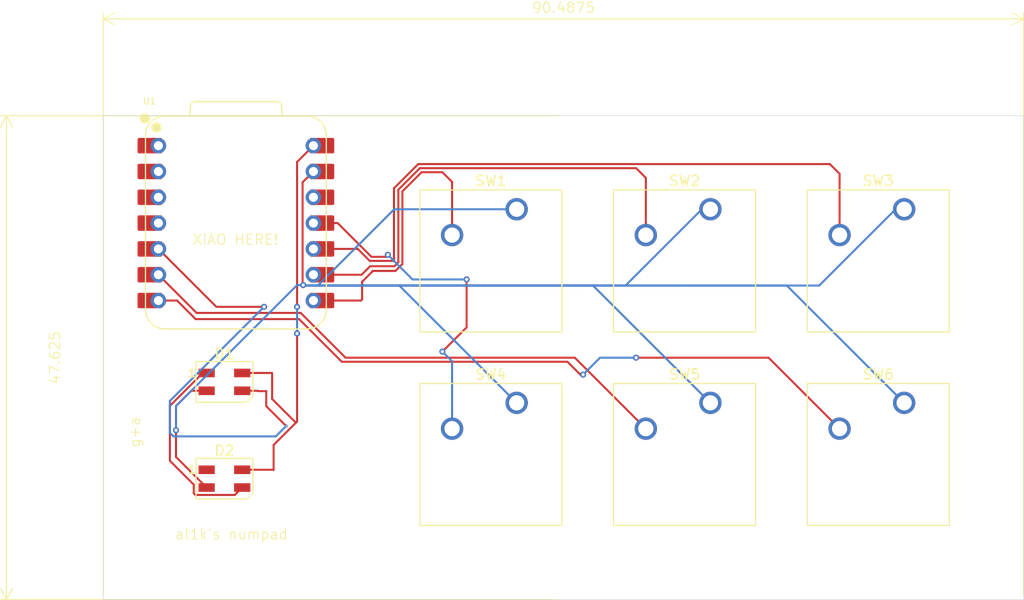
<source format=kicad_pcb>
(kicad_pcb (version 20241229) (generator "pcbnew") (generator_version "9.0")
  (layers (0 "F.Cu" signal) (2 "B.Cu" signal) (13 "F.Paste" user) (15 "B.Paste" user) (5 "F.SilkS" user "F.Silkscreen") (7 "B.SilkS" user "B.Silkscreen") (1 "F.Mask" user) (3 "B.Mask" user) (25 "Edge.Cuts" user))
  (net 0 "")
  (net 1 "Net-(D1-DOUT)")
  (net 2 "Net-(D1-DIN)")
  (net 3 "+5V")
  (net 4 "GND")
  (net 6 "Net-(U1-GPIO1{slash}RX)")
  (net 7 "Net-(U1-GPIO2{slash}SCK)")
  (net 8 "Net-(U1-GPIO4{slash}MISO)")
  (net 9 "Net-(U1-GPIO3{slash}MOSI)")
  (net 15 "Net-(U1-GPIO7{slash}SCL)")
  (net 16 "Net-(U1-GPIO0{slash}TX)")
  (footprint "LED_SMD:LED_SK6812MINI_PLCC4_3.5x3.5mm_P1.75mm" (layer "F.Cu") (at 100.0125 73.81875)
    (property "Reference" "D2" (at 0 -2.75 0) (layer "F.SilkS"))
    (property "Value" "SK6812MINI")
    (fp_line (start -2.8 -2) (end -2.8 2) (stroke (width 0.12)) (layer "F.SilkS"))
    (fp_line (start -2.8 -2) (end 2.8 -2) (stroke (width 0.12)) (layer "F.SilkS"))
    (fp_line (start -2.8 2) (end 2.2 2) (stroke (width 0.12)) (layer "F.SilkS"))
    (fp_line (start 2.8 1.4) (end 2.2 2) (stroke (width 0.12)) (layer "F.SilkS"))
    (fp_line (start 2.8 1.4) (end 2.8 -2) (stroke (width 0.12)) (layer "F.SilkS"))
    (fp_text user "1" (at -3.2 -0.875 0) (layer "F.SilkS") (effects (font (size 0.8 0.8))))
    (pad "1" smd rect (at -1.75 -0.875) (size 1.6 0.85) (layers "F.Cu" "F.Mask" "F.Paste"))
    (pad "2" smd rect (at -1.75 0.875) (size 1.6 0.85) (layers "F.Cu" "F.Mask" "F.Paste") (net 4 "GND"))
    (pad "3" smd rect (at 1.75 0.875) (size 1.6 0.85) (layers "F.Cu" "F.Mask" "F.Paste") (net 1 "Net-(D1-DOUT)"))
    (pad "4" smd rect (at 1.75 -0.875) (size 1.6 0.85) (layers "F.Cu" "F.Mask" "F.Paste") (net 3 "+5V"))
  )
  (footprint "Button_Switch_Keyboard:SW_Cherry_MX_1.00u_PCB" (layer "F.Cu") (at 128.74625 47.3075)
    (property "Reference" "SW1" (at -2.54 -2.794 0) (layer "F.SilkS"))
    (property "Value" "SW_Push")
    (fp_line (start -9.525 -1.905) (end 4.445 -1.905) (stroke (width 0.12)) (layer "F.SilkS"))
    (fp_line (start -9.525 12.065) (end -9.525 -1.905) (stroke (width 0.12)) (layer "F.SilkS"))
    (fp_line (start 4.445 -1.905) (end 4.445 12.065) (stroke (width 0.12)) (layer "F.SilkS"))
    (fp_line (start 4.445 12.065) (end -9.525 12.065) (stroke (width 0.12)) (layer "F.SilkS"))
    (pad "" np_thru_hole circle (at -7.62 5.08) (size 1.7 1.7) (drill 1.7) (layers "*.Cu" "*.Mask"))
    (pad "" np_thru_hole circle (at -2.54 5.08) (size 4 4) (drill 4) (layers "*.Cu" "*.Mask"))
    (pad "" np_thru_hole circle (at 2.54 5.08) (size 1.7 1.7) (drill 1.7) (layers "*.Cu" "*.Mask"))
    (pad "1" thru_hole circle (at 0 0) (size 2.2 2.2) (drill 1.5) (layers "*.Cu" "*.Mask") (net 4 "GND"))
    (pad "2" thru_hole circle (at -6.35 2.54) (size 2.2 2.2) (drill 1.5) (layers "*.Cu" "*.Mask") (net 6 "Net-(U1-GPIO1{slash}RX)"))
  )
  (footprint "LED_SMD:LED_SK6812MINI_PLCC4_3.5x3.5mm_P1.75mm" (layer "F.Cu") (at 100.0125 64.29375)
    (property "Reference" "D1" (at 0 -2.75 0) (layer "F.SilkS"))
    (property "Value" "SK6812MINI")
    (fp_line (start -2.8 -2) (end -2.8 2) (stroke (width 0.12)) (layer "F.SilkS"))
    (fp_line (start -2.8 -2) (end 2.8 -2) (stroke (width 0.12)) (layer "F.SilkS"))
    (fp_line (start -2.8 2) (end 2.2 2) (stroke (width 0.12)) (layer "F.SilkS"))
    (fp_line (start 2.8 1.4) (end 2.2 2) (stroke (width 0.12)) (layer "F.SilkS"))
    (fp_line (start 2.8 1.4) (end 2.8 -2) (stroke (width 0.12)) (layer "F.SilkS"))
    (fp_text user "1" (at -3.2 -0.875 0) (layer "F.SilkS") (effects (font (size 0.8 0.8))))
    (pad "1" smd rect (at -1.75 -0.875) (size 1.6 0.85) (layers "F.Cu" "F.Mask" "F.Paste") (net 1 "Net-(D1-DOUT)"))
    (pad "2" smd rect (at -1.75 0.875) (size 1.6 0.85) (layers "F.Cu" "F.Mask" "F.Paste") (net 4 "GND"))
    (pad "3" smd rect (at 1.75 0.875) (size 1.6 0.85) (layers "F.Cu" "F.Mask" "F.Paste") (net 2 "Net-(D1-DIN)"))
    (pad "4" smd rect (at 1.75 -0.875) (size 1.6 0.85) (layers "F.Cu" "F.Mask" "F.Paste") (net 3 "+5V"))
  )
  (footprint "Button_Switch_Keyboard:SW_Cherry_MX_1.00u_PCB" (layer "F.Cu") (at 128.74625 66.3575)
    (property "Reference" "SW4" (at -2.54 -2.794 0) (layer "F.SilkS"))
    (property "Value" "SW_Push")
    (fp_line (start -9.525 -1.905) (end 4.445 -1.905) (stroke (width 0.12)) (layer "F.SilkS"))
    (fp_line (start -9.525 12.065) (end -9.525 -1.905) (stroke (width 0.12)) (layer "F.SilkS"))
    (fp_line (start 4.445 -1.905) (end 4.445 12.065) (stroke (width 0.12)) (layer "F.SilkS"))
    (fp_line (start 4.445 12.065) (end -9.525 12.065) (stroke (width 0.12)) (layer "F.SilkS"))
    (pad "" np_thru_hole circle (at -7.62 5.08) (size 1.7 1.7) (drill 1.7) (layers "*.Cu" "*.Mask"))
    (pad "" np_thru_hole circle (at -2.54 5.08) (size 4 4) (drill 4) (layers "*.Cu" "*.Mask"))
    (pad "" np_thru_hole circle (at 2.54 5.08) (size 1.7 1.7) (drill 1.7) (layers "*.Cu" "*.Mask"))
    (pad "1" thru_hole circle (at 0 0) (size 2.2 2.2) (drill 1.5) (layers "*.Cu" "*.Mask") (net 4 "GND"))
    (pad "2" thru_hole circle (at -6.35 2.54) (size 2.2 2.2) (drill 1.5) (layers "*.Cu" "*.Mask") (net 9 "Net-(U1-GPIO3{slash}MOSI)"))
  )
  (footprint "Button_Switch_Keyboard:SW_Cherry_MX_1.00u_PCB" (layer "F.Cu") (at 147.79625 66.3575)
    (property "Reference" "SW5" (at -2.54 -2.794 0) (layer "F.SilkS"))
    (property "Value" "SW_Push")
    (fp_line (start -9.525 -1.905) (end 4.445 -1.905) (stroke (width 0.12)) (layer "F.SilkS"))
    (fp_line (start -9.525 12.065) (end -9.525 -1.905) (stroke (width 0.12)) (layer "F.SilkS"))
    (fp_line (start 4.445 -1.905) (end 4.445 12.065) (stroke (width 0.12)) (layer "F.SilkS"))
    (fp_line (start 4.445 12.065) (end -9.525 12.065) (stroke (width 0.12)) (layer "F.SilkS"))
    (pad "" np_thru_hole circle (at -7.62 5.08) (size 1.7 1.7) (drill 1.7) (layers "*.Cu" "*.Mask"))
    (pad "" np_thru_hole circle (at -2.54 5.08) (size 4 4) (drill 4) (layers "*.Cu" "*.Mask"))
    (pad "" np_thru_hole circle (at 2.54 5.08) (size 1.7 1.7) (drill 1.7) (layers "*.Cu" "*.Mask"))
    (pad "1" thru_hole circle (at 0 0) (size 2.2 2.2) (drill 1.5) (layers "*.Cu" "*.Mask") (net 4 "GND"))
    (pad "2" thru_hole circle (at -6.35 2.54) (size 2.2 2.2) (drill 1.5) (layers "*.Cu" "*.Mask") (net 15 "Net-(U1-GPIO7{slash}SCL)"))
  )
  (footprint "Button_Switch_Keyboard:SW_Cherry_MX_1.00u_PCB" (layer "F.Cu") (at 166.84625 47.3075)
    (property "Reference" "SW3" (at -2.54 -2.794 0) (layer "F.SilkS"))
    (property "Value" "SW_Push")
    (fp_line (start -9.525 -1.905) (end 4.445 -1.905) (stroke (width 0.12)) (layer "F.SilkS"))
    (fp_line (start -9.525 12.065) (end -9.525 -1.905) (stroke (width 0.12)) (layer "F.SilkS"))
    (fp_line (start 4.445 -1.905) (end 4.445 12.065) (stroke (width 0.12)) (layer "F.SilkS"))
    (fp_line (start 4.445 12.065) (end -9.525 12.065) (stroke (width 0.12)) (layer "F.SilkS"))
    (pad "" np_thru_hole circle (at -7.62 5.08) (size 1.7 1.7) (drill 1.7) (layers "*.Cu" "*.Mask"))
    (pad "" np_thru_hole circle (at -2.54 5.08) (size 4 4) (drill 4) (layers "*.Cu" "*.Mask"))
    (pad "" np_thru_hole circle (at 2.54 5.08) (size 1.7 1.7) (drill 1.7) (layers "*.Cu" "*.Mask"))
    (pad "1" thru_hole circle (at 0 0) (size 2.2 2.2) (drill 1.5) (layers "*.Cu" "*.Mask") (net 4 "GND"))
    (pad "2" thru_hole circle (at -6.35 2.54) (size 2.2 2.2) (drill 1.5) (layers "*.Cu" "*.Mask") (net 8 "Net-(U1-GPIO4{slash}MISO)"))
  )
  (footprint "Button_Switch_Keyboard:SW_Cherry_MX_1.00u_PCB" (layer "F.Cu") (at 147.79625 47.3075)
    (property "Reference" "SW2" (at -2.54 -2.794 0) (layer "F.SilkS"))
    (property "Value" "SW_Push")
    (fp_line (start -9.525 -1.905) (end 4.445 -1.905) (stroke (width 0.12)) (layer "F.SilkS"))
    (fp_line (start -9.525 12.065) (end -9.525 -1.905) (stroke (width 0.12)) (layer "F.SilkS"))
    (fp_line (start 4.445 -1.905) (end 4.445 12.065) (stroke (width 0.12)) (layer "F.SilkS"))
    (fp_line (start 4.445 12.065) (end -9.525 12.065) (stroke (width 0.12)) (layer "F.SilkS"))
    (pad "" np_thru_hole circle (at -7.62 5.08) (size 1.7 1.7) (drill 1.7) (layers "*.Cu" "*.Mask"))
    (pad "" np_thru_hole circle (at -2.54 5.08) (size 4 4) (drill 4) (layers "*.Cu" "*.Mask"))
    (pad "" np_thru_hole circle (at 2.54 5.08) (size 1.7 1.7) (drill 1.7) (layers "*.Cu" "*.Mask"))
    (pad "1" thru_hole circle (at 0 0) (size 2.2 2.2) (drill 1.5) (layers "*.Cu" "*.Mask") (net 4 "GND"))
    (pad "2" thru_hole circle (at -6.35 2.54) (size 2.2 2.2) (drill 1.5) (layers "*.Cu" "*.Mask") (net 7 "Net-(U1-GPIO2{slash}SCK)"))
  )
  (footprint "Button_Switch_Keyboard:SW_Cherry_MX_1.00u_PCB" (layer "F.Cu") (at 166.84625 66.3575)
    (property "Reference" "SW6" (at -2.54 -2.794 0) (layer "F.SilkS"))
    (property "Value" "SW_Push")
    (fp_line (start -9.525 -1.905) (end 4.445 -1.905) (stroke (width 0.12)) (layer "F.SilkS"))
    (fp_line (start -9.525 12.065) (end -9.525 -1.905) (stroke (width 0.12)) (layer "F.SilkS"))
    (fp_line (start 4.445 -1.905) (end 4.445 12.065) (stroke (width 0.12)) (layer "F.SilkS"))
    (fp_line (start 4.445 12.065) (end -9.525 12.065) (stroke (width 0.12)) (layer "F.SilkS"))
    (pad "" np_thru_hole circle (at -7.62 5.08) (size 1.7 1.7) (drill 1.7) (layers "*.Cu" "*.Mask"))
    (pad "" np_thru_hole circle (at -2.54 5.08) (size 4 4) (drill 4) (layers "*.Cu" "*.Mask"))
    (pad "" np_thru_hole circle (at 2.54 5.08) (size 1.7 1.7) (drill 1.7) (layers "*.Cu" "*.Mask"))
    (pad "1" thru_hole circle (at 0 0) (size 2.2 2.2) (drill 1.5) (layers "*.Cu" "*.Mask") (net 4 "GND"))
    (pad "2" thru_hole circle (at -6.35 2.54) (size 2.2 2.2) (drill 1.5) (layers "*.Cu" "*.Mask") (net 16 "Net-(U1-GPIO0{slash}TX)"))
  )
  (footprint "OPL:XIAO-RP2040-DIP" (layer "F.Cu") (at 101.14 48.67)
    (property "Reference" "U1" (at -8.5 -12 0) (layer "F.SilkS") (effects (font (size 0.635 0.635) (thickness 0.1016))))
    (property "Value" "XIAO-RP2040-DIP")
    (fp_line (start -8.89 8.509) (end -8.89 -8.636) (stroke (width 0.127)) (layer "F.SilkS"))
    (fp_line (start -6.985 10.414) (end 6.985 10.414) (stroke (width 0.127)) (layer "F.SilkS"))
    (fp_line (start -4.495 -10.541) (end -4.491272 -11.451272) (stroke (width 0.127)) (layer "F.SilkS"))
    (fp_line (start -3.991272 -11.951) (end 4.004 -11.951) (stroke (width 0.127)) (layer "F.SilkS"))
    (fp_line (start 4.504 -11.451) (end 4.504 -10.541) (stroke (width 0.127)) (layer "F.SilkS"))
    (fp_line (start 6.985 -10.541) (end -6.985 -10.541) (stroke (width 0.1)) (layer "F.SilkS"))
    (fp_line (start 6.985 -10.541) (end -6.985 -10.541) (stroke (width 0.127)) (layer "F.SilkS"))
    (fp_line (start 8.89 8.509) (end 8.89 -8.636) (stroke (width 0.127)) (layer "F.SilkS"))
    (fp_arc (start -8.89 -8.636) (mid -8.332038 -9.983038) (end -6.985 -10.541) (stroke (width 0.127)) (layer "F.SilkS"))
    (fp_arc (start -6.985 10.414) (mid -8.332038 9.856038) (end -8.89 8.509) (stroke (width 0.127)) (layer "F.SilkS"))
    (fp_arc (start -4.491272 -11.451272) (mid -4.344728 -11.80464) (end -3.991272 -11.951) (stroke (width 0.127)) (layer "F.SilkS"))
    (fp_arc (start 4.004 -11.951) (mid 4.357553 -11.804553) (end 4.504 -11.451) (stroke (width 0.127)) (layer "F.SilkS"))
    (fp_arc (start 6.985 -10.541) (mid 8.332038 -9.983038) (end 8.89 -8.636) (stroke (width 0.127)) (layer "F.SilkS"))
    (fp_arc (start 8.89 8.509) (mid 8.332038 9.856038) (end 6.985 10.414) (stroke (width 0.127)) (layer "F.SilkS"))
    (fp_circle (center -8.95 -10.3) (end -8.95 -10.554) (stroke (width 0.5)) (fill yes) (layer "F.SilkS"))
    (fp_circle (center -7.807 -9.42) (end -7.807 -9.674) (stroke (width 0.5)) (fill yes) (layer "F.SilkS"))
    (pad "1" smd roundrect (at -8.455 -7.62 180) (size 2.432 1.524) (layers "F.Cu" "F.Mask") (roundrect_rratio 0.1))
    (pad "1" thru_hole circle (at -7.62 -7.62 180) (size 1.524 1.524) (drill 0.889) (layers "*.Cu" "*.Mask"))
    (pad "2" smd roundrect (at -8.455 -5.08 180) (size 2.432 1.524) (layers "F.Cu" "F.Mask") (roundrect_rratio 0.1))
    (pad "2" thru_hole circle (at -7.62 -5.08 180) (size 1.524 1.524) (drill 0.889) (layers "*.Cu" "*.Mask"))
    (pad "3" smd roundrect (at -8.455 -2.54 180) (size 2.432 1.524) (layers "F.Cu" "F.Mask") (roundrect_rratio 0.1))
    (pad "3" thru_hole circle (at -7.62 -2.54 180) (size 1.524 1.524) (drill 0.889) (layers "*.Cu" "*.Mask"))
    (pad "4" smd roundrect (at -8.455 0 180) (size 2.432 1.524) (layers "F.Cu" "F.Mask") (roundrect_rratio 0.1))
    (pad "4" thru_hole circle (at -7.62 0 180) (size 1.524 1.524) (drill 0.889) (layers "*.Cu" "*.Mask"))
    (pad "5" smd roundrect (at -8.455 2.54 180) (size 2.432 1.524) (layers "F.Cu" "F.Mask") (roundrect_rratio 0.1) (net 2 "Net-(D1-DIN)"))
    (pad "5" thru_hole circle (at -7.62 2.54 180) (size 1.524 1.524) (drill 0.889) (layers "*.Cu" "*.Mask") (net 2 "Net-(D1-DIN)"))
    (pad "6" smd roundrect (at -8.455 5.08 180) (size 2.432 1.524) (layers "F.Cu" "F.Mask") (roundrect_rratio 0.1) (net 15 "Net-(U1-GPIO7{slash}SCL)"))
    (pad "6" thru_hole circle (at -7.62 5.08 180) (size 1.524 1.524) (drill 0.889) (layers "*.Cu" "*.Mask") (net 15 "Net-(U1-GPIO7{slash}SCL)"))
    (pad "7" smd roundrect (at -8.455 7.62 180) (size 2.432 1.524) (layers "F.Cu" "F.Mask") (roundrect_rratio 0.1) (net 16 "Net-(U1-GPIO0{slash}TX)"))
    (pad "7" thru_hole circle (at -7.62 7.62 180) (size 1.524 1.524) (drill 0.889) (layers "*.Cu" "*.Mask") (net 16 "Net-(U1-GPIO0{slash}TX)"))
    (pad "8" thru_hole circle (at 7.62 7.62) (size 1.524 1.524) (drill 0.889) (layers "*.Cu" "*.Mask") (net 6 "Net-(U1-GPIO1{slash}RX)"))
    (pad "8" smd roundrect (at 8.455 7.62) (size 2.432 1.524) (layers "F.Cu" "F.Mask") (roundrect_rratio 0.1) (net 6 "Net-(U1-GPIO1{slash}RX)"))
    (pad "9" thru_hole circle (at 7.62 5.08) (size 1.524 1.524) (drill 0.889) (layers "*.Cu" "*.Mask") (net 7 "Net-(U1-GPIO2{slash}SCK)"))
    (pad "9" smd roundrect (at 8.455 5.08) (size 2.432 1.524) (layers "F.Cu" "F.Mask") (roundrect_rratio 0.1) (net 7 "Net-(U1-GPIO2{slash}SCK)"))
    (pad "10" thru_hole circle (at 7.62 2.54) (size 1.524 1.524) (drill 0.889) (layers "*.Cu" "*.Mask") (net 8 "Net-(U1-GPIO4{slash}MISO)"))
    (pad "10" smd roundrect (at 8.455 2.54) (size 2.432 1.524) (layers "F.Cu" "F.Mask") (roundrect_rratio 0.1) (net 8 "Net-(U1-GPIO4{slash}MISO)"))
    (pad "11" thru_hole circle (at 7.62 0) (size 1.524 1.524) (drill 0.889) (layers "*.Cu" "*.Mask") (net 9 "Net-(U1-GPIO3{slash}MOSI)"))
    (pad "11" smd roundrect (at 8.455 0) (size 2.432 1.524) (layers "F.Cu" "F.Mask") (roundrect_rratio 0.1) (net 9 "Net-(U1-GPIO3{slash}MOSI)"))
    (pad "12" thru_hole circle (at 7.62 -2.54) (size 1.524 1.524) (drill 0.889) (layers "*.Cu" "*.Mask"))
    (pad "12" smd roundrect (at 8.455 -2.54) (size 2.432 1.524) (layers "F.Cu" "F.Mask") (roundrect_rratio 0.1))
    (pad "13" thru_hole circle (at 7.62 -5.08) (size 1.524 1.524) (drill 0.889) (layers "*.Cu" "*.Mask") (net 4 "GND"))
    (pad "13" smd roundrect (at 8.455 -5.08) (size 2.432 1.524) (layers "F.Cu" "F.Mask") (roundrect_rratio 0.1) (net 4 "GND"))
    (pad "14" thru_hole circle (at 7.62 -7.62) (size 1.524 1.524) (drill 0.889) (layers "*.Cu" "*.Mask") (net 3 "+5V"))
    (pad "14" smd roundrect (at 8.455 -7.62) (size 2.432 1.524) (layers "F.Cu" "F.Mask") (roundrect_rratio 0.1) (net 3 "+5V"))
  )
  (gr_rect (start 88.10625 38.1) (end 178.59375 85.725) (stroke (width 0.05)) (fill no) (layer "Edge.Cuts"))
  (gr_text "XIAO HERE!" (at 96.813464 50.879909 0) (layer "F.SilkS") (effects (font (size 1 1) (thickness 0.1)) (justify left bottom)))
  (gr_text "al1k's numpad" (at 95.093389 79.873285 0) (layer "F.SilkS") (effects (font (size 1 1) (thickness 0.1)) (justify left bottom)))
  (gr_text "g+a" (at 91.783274 70.832997 90) (layer "F.SilkS") (effects (font (size 1 1) (thickness 0.1)) (justify left bottom)))
  (dimension (type aligned) (layer "F.SilkS") (pts (xy 178.59375 85.725) (xy 88.10625 85.725)) (height 57.15) (format (prefix "") (suffix "") (units 3) (units_format 0) (precision 4) (suppress_zeroes yes)) (style (thickness 0.1) (arrow_length 1.27) (text_position_mode 0) (arrow_direction outward) (extension_height 0.58642) (extension_offset 0.5) (keep_text_aligned yes)) (gr_text "90.4875" (at 133.35 27.475 0) (layer "F.SilkS") (effects (font (size 1 1) (thickness 0.1)))))
  (dimension (type aligned) (layer "F.SilkS") (pts (xy 133.35 38.1) (xy 133.35 85.725)) (height 54.76875) (format (prefix "") (suffix "") (units 3) (units_format 0) (precision 4) (suppress_zeroes yes)) (style (thickness 0.1) (arrow_length 1.27) (text_position_mode 2) (arrow_direction outward) (extension_height 0.58642) (extension_offset 0.5) (keep_text_aligned yes)) (gr_text "47.625" (at 83.34375 61.9125 90) (layer "F.SilkS") (effects (font (size 1 1) (thickness 0.1)))))
  (segment (start 101.0365 75.41975) (end 101.7625 74.69375) (width 0.2) (layer "F.Cu") (net 1))
  (segment (start 97.1615 75.41975) (end 101.0365 75.41975) (width 0.2) (layer "F.Cu") (net 1))
  (segment (start 96.99622 74.405076) (end 96.99622 75.25447) (width 0.2) (layer "F.Cu") (net 1))
  (segment (start 94.649 66.65725) (end 94.649 72.057856) (width 0.2) (layer "F.Cu") (net 1))
  (segment (start 96.99622 75.25447) (end 97.1615 75.41975) (width 0.2) (layer "F.Cu") (net 1))
  (segment (start 94.649 72.057856) (end 96.99622 74.405076) (width 0.2) (layer "F.Cu") (net 1))
  (segment (start 98.2625 63.41875) (end 97.8875 63.41875) (width 0.2) (layer "F.Cu") (net 1))
  (segment (start 97.8875 63.41875) (end 94.649 66.65725) (width 0.2) (layer "F.Cu") (net 1))
  (segment (start 93.52 51.21) (end 99.219585 56.909585) (width 0.2) (layer "F.Cu") (net 2))
  (segment (start 103.26875 65.16875) (end 101.7625 65.16875) (width 0.2) (layer "F.Cu") (net 2))
  (segment (start 103.30717 65.20717) (end 103.26875 65.16875) (width 0.2) (layer "F.Cu") (net 2))
  (segment (start 104.122893 66.682696) (end 104.122893 65.20717) (width 0.2) (layer "F.Cu") (net 2))
  (segment (start 99.219585 56.909585) (end 103.91042 56.909585) (width 0.2) (layer "F.Cu") (net 2))
  (segment (start 106.0789 68.638703) (end 104.122893 66.682696) (width 0.2) (layer "F.Cu") (net 2))
  (segment (start 104.122893 65.20717) (end 103.30717 65.20717) (width 0.2) (layer "F.Cu") (net 2))
  (via micro (at 106.0789 68.638703) (size 0.3) (drill 0.1) (layers "F.Cu" "B.Cu") (net 2))
  (via (at 103.91042 56.909585) (size 0.6) (drill 0.3) (layers "F.Cu" "B.Cu") (net 2))
  (segment (start 105.060353 69.65725) (end 106.0789 68.638703) (width 0.2) (layer "B.Cu") (net 2))
  (segment (start 95.001057 69.65725) (end 105.060353 69.65725) (width 0.2) (layer "B.Cu") (net 2))
  (segment (start 94.649 69.305193) (end 95.001057 69.65725) (width 0.2) (layer "B.Cu") (net 2))
  (segment (start 94.649 66.171005) (end 94.649 69.305193) (width 0.2) (layer "B.Cu") (net 2))
  (segment (start 103.91042 56.909585) (end 94.649 66.171005) (width 0.2) (layer "B.Cu") (net 2))
  (segment (start 107.15625 59.53125) (end 107.15625 68.197751) (width 0.2) (layer "F.Cu") (net 3))
  (segment (start 107.039733 68.314268) (end 104.70219 65.976725) (width 0.2) (layer "F.Cu") (net 3))
  (segment (start 104.70219 65.976725) (end 104.70219 63.44567) (width 0.2) (layer "F.Cu") (net 3))
  (segment (start 107.039733 68.314268) (end 104.847546 70.506455) (width 0.2) (layer "F.Cu") (net 3))
  (segment (start 104.847546 72.960971) (end 104.830325 72.94375) (width 0.2) (layer "F.Cu") (net 3))
  (segment (start 107.15625 42.65375) (end 107.15625 56.909585) (width 0.2) (layer "F.Cu") (net 3))
  (segment (start 104.67527 63.41875) (end 101.7625 63.41875) (width 0.2) (layer "F.Cu") (net 3))
  (segment (start 108.76 41.05) (end 107.15625 42.65375) (width 0.2) (layer "F.Cu") (net 3))
  (segment (start 104.847546 70.506455) (end 104.847546 72.960971) (width 0.2) (layer "F.Cu") (net 3))
  (segment (start 104.830325 72.94375) (end 101.7625 72.94375) (width 0.2) (layer "F.Cu") (net 3))
  (segment (start 107.15625 68.197751) (end 107.039733 68.314268) (width 0.2) (layer "F.Cu") (net 3))
  (segment (start 104.70219 63.44567) (end 104.67527 63.41875) (width 0.2) (layer "F.Cu") (net 3))
  (via (at 107.15625 59.53125) (size 0.6) (drill 0.3) (layers "F.Cu" "B.Cu") (net 3))
  (via (at 107.15625 56.909585) (size 0.6) (drill 0.3) (layers "F.Cu" "B.Cu") (net 3))
  (segment (start 107.15625 56.909585) (end 107.15625 59.53125) (width 0.2) (layer "B.Cu") (net 3))
  (segment (start 108.76 43.59) (end 107.697 44.653) (width 0.2) (layer "F.Cu") (net 4))
  (segment (start 107.697 54.7095) (end 107.75625 54.76875) (width 0.2) (layer "F.Cu") (net 4))
  (segment (start 95.25 71.68125) (end 98.2625 74.69375) (width 0.2) (layer "F.Cu") (net 4))
  (segment (start 96.748857 65.16875) (end 98.2625 65.16875) (width 0.2) (layer "F.Cu") (net 4))
  (segment (start 95.25 69.05625) (end 95.25 66.667607) (width 0.2) (layer "F.Cu") (net 4))
  (segment (start 95.25 69.05625) (end 95.25 71.68125) (width 0.2) (layer "F.Cu") (net 4))
  (segment (start 107.697 44.653) (end 107.697 54.7095) (width 0.2) (layer "F.Cu") (net 4))
  (segment (start 95.25 66.667607) (end 96.748857 65.16875) (width 0.2) (layer "F.Cu") (net 4))
  (via (at 107.75625 54.76875) (size 0.6) (drill 0.3) (layers "F.Cu" "B.Cu") (net 4))
  (via (at 95.25 69.05625) (size 0.6) (drill 0.3) (layers "F.Cu" "B.Cu") (net 4))
  (segment (start 155.30175 54.813) (end 166.84625 66.3575) (width 0.2) (layer "B.Cu") (net 4))
  (segment (start 139.44922 54.813) (end 146.95472 47.3075) (width 0.2) (layer "B.Cu") (net 4))
  (segment (start 107.75625 54.76875) (end 107.8005 54.813) (width 0.2) (layer "B.Cu") (net 4))
  (segment (start 107.15625 54.76875) (end 95.25 66.675) (width 0.2) (layer "B.Cu") (net 4))
  (segment (start 158.49922 54.813) (end 166.00472 47.3075) (width 0.2) (layer "B.Cu") (net 4))
  (segment (start 107.8005 54.813) (end 136.25175 54.813) (width 0.2) (layer "B.Cu") (net 4))
  (segment (start 107.8005 54.813) (end 155.30175 54.813) (width 0.2) (layer "B.Cu") (net 4))
  (segment (start 109.20031 54.813) (end 116.70581 47.3075) (width 0.2) (layer "B.Cu") (net 4))
  (segment (start 107.8005 54.813) (end 158.49922 54.813) (width 0.2) (layer "B.Cu") (net 4))
  (segment (start 107.8005 54.813) (end 139.44922 54.813) (width 0.2) (layer "B.Cu") (net 4))
  (segment (start 166.00472 47.3075) (end 166.84625 47.3075) (width 0.2) (layer "B.Cu") (net 4))
  (segment (start 107.8005 54.813) (end 117.20175 54.813) (width 0.2) (layer "B.Cu") (net 4))
  (segment (start 136.25175 54.813) (end 147.79625 66.3575) (width 0.2) (layer "B.Cu") (net 4))
  (segment (start 116.70581 47.3075) (end 128.74625 47.3075) (width 0.2) (layer "B.Cu") (net 4))
  (segment (start 107.8005 54.813) (end 109.20031 54.813) (width 0.2) (layer "B.Cu") (net 4))
  (segment (start 107.75625 54.76875) (end 107.15625 54.76875) (width 0.2) (layer "B.Cu") (net 4))
  (segment (start 146.95472 47.3075) (end 147.79625 47.3075) (width 0.2) (layer "B.Cu") (net 4))
  (segment (start 95.25 66.675) (end 95.25 69.05625) (width 0.2) (layer "B.Cu") (net 4))
  (segment (start 117.20175 54.813) (end 128.74625 66.3575) (width 0.2) (layer "B.Cu") (net 4))
  (segment (start 122.39625 44.617) (end 122.39625 49.8475) (width 0.2) (layer "F.Cu") (net 6))
  (segment (start 119.3947 43.6645) (end 121.44375 43.6645) (width 0.2) (layer "F.Cu") (net 6))
  (segment (start 114.565003 53.426535) (end 114.565003 53.377098) (width 0.2) (layer "F.Cu") (net 6))
  (segment (start 113.551554 54.439984) (end 114.565003 53.426535) (width 0.2) (layer "F.Cu") (net 6))
  (segment (start 113.551554 56.170264) (end 113.551554 54.439984) (width 0.2) (layer "F.Cu") (net 6))
  (segment (start 117.512774 45.546426) (end 119.3947 43.6645) (width 0.2) (layer "F.Cu") (net 6))
  (segment (start 113.431818 56.29) (end 113.551554 56.170264) (width 0.2) (layer "F.Cu") (net 6))
  (segment (start 121.44375 43.6645) (end 122.39625 44.617) (width 0.2) (layer "F.Cu") (net 6))
  (segment (start 114.565003 53.377098) (end 116.825852 53.377098) (width 0.2) (layer "F.Cu") (net 6))
  (segment (start 116.825852 53.377098) (end 117.512774 52.690176) (width 0.2) (layer "F.Cu") (net 6))
  (segment (start 117.512774 52.690176) (end 117.512774 45.546426) (width 0.2) (layer "F.Cu") (net 6))
  (segment (start 108.76 56.29) (end 113.431818 56.29) (width 0.2) (layer "F.Cu") (net 6))
  (segment (start 117.111774 52.524076) (end 117.111774 45.380326) (width 0.2) (layer "F.Cu") (net 7))
  (segment (start 113.499943 53.75) (end 114.332786 52.917157) (width 0.2) (layer "F.Cu") (net 7))
  (segment (start 119.2286 43.2635) (end 140.49375 43.2635) (width 0.2) (layer "F.Cu") (net 7))
  (segment (start 116.718693 52.917157) (end 117.111774 52.524076) (width 0.2) (layer "F.Cu") (net 7))
  (segment (start 140.49375 43.2635) (end 141.44625 44.216) (width 0.2) (layer "F.Cu") (net 7))
  (segment (start 117.111774 45.380326) (end 119.2286 43.2635) (width 0.2) (layer "F.Cu") (net 7))
  (segment (start 114.332786 52.917157) (end 116.718693 52.917157) (width 0.2) (layer "F.Cu") (net 7))
  (segment (start 108.76 53.75) (end 113.499943 53.75) (width 0.2) (layer "F.Cu") (net 7))
  (segment (start 141.44625 44.216) (end 141.44625 49.8475) (width 0.2) (layer "F.Cu") (net 7))
  (segment (start 160.49625 43.815) (end 160.49625 49.8475) (width 0.2) (layer "F.Cu") (net 8))
  (segment (start 116.68125 45.24375) (end 119.0625 42.8625) (width 0.2) (layer "F.Cu") (net 8))
  (segment (start 159.54375 42.8625) (end 160.49625 43.815) (width 0.2) (layer "F.Cu") (net 8))
  (segment (start 113.1225 51.21) (end 114.3 52.3875) (width 0.2) (layer "F.Cu") (net 8))
  (segment (start 119.0625 42.8625) (end 159.54375 42.8625) (width 0.2) (layer "F.Cu") (net 8))
  (segment (start 114.3 52.3875) (end 116.68125 52.3875) (width 0.2) (layer "F.Cu") (net 8))
  (segment (start 108.76 51.21) (end 113.1225 51.21) (width 0.2) (layer "F.Cu") (net 8))
  (segment (start 116.68125 52.3875) (end 116.68125 45.24375) (width 0.2) (layer "F.Cu") (net 8))
  (segment (start 108.76 48.67) (end 111.1496 48.67) (width 0.2) (layer "F.Cu") (net 9))
  (segment (start 111.1496 48.67) (end 114.4661 51.9865) (width 0.2) (layer "F.Cu") (net 9))
  (segment (start 123.825 54.213) (end 123.825 58.93125) (width 0.2) (layer "F.Cu") (net 9))
  (segment (start 123.825 58.93125) (end 121.44375 61.3125) (width 0.2) (layer "F.Cu") (net 9))
  (segment (start 115.88225 51.9865) (end 116.08125 51.7875) (width 0.2) (layer "F.Cu") (net 9))
  (segment (start 114.4661 51.9865) (end 115.88225 51.9865) (width 0.2) (layer "F.Cu") (net 9))
  (via (at 121.44375 61.3125) (size 0.6) (drill 0.3) (layers "F.Cu" "B.Cu") (net 9))
  (via (at 116.08125 51.7875) (size 0.6) (drill 0.3) (layers "F.Cu" "B.Cu") (net 9))
  (via (at 123.825 54.213) (size 0.6) (drill 0.3) (layers "F.Cu" "B.Cu") (net 9))
  (segment (start 118.50675 54.213) (end 123.825 54.213) (width 0.2) (layer "B.Cu") (net 9))
  (segment (start 121.44375 61.3125) (end 122.39625 62.265) (width 0.2) (layer "B.Cu") (net 9))
  (segment (start 122.39625 62.265) (end 122.39625 68.8975) (width 0.2) (layer "B.Cu") (net 9))
  (segment (start 116.08125 51.7875) (end 118.50675 54.213) (width 0.2) (layer "B.Cu") (net 9))
  (segment (start 97.279585 57.509585) (end 107.515835 57.509585) (width 0.2) (layer "F.Cu") (net 15))
  (segment (start 93.52 53.75) (end 97.279585 57.509585) (width 0.2) (layer "F.Cu") (net 15))
  (segment (start 134.46125 61.9125) (end 141.44625 68.8975) (width 0.2) (layer "F.Cu") (net 15))
  (segment (start 107.515835 57.509585) (end 111.91875 61.9125) (width 0.2) (layer "F.Cu") (net 15))
  (segment (start 111.91875 61.9125) (end 134.46125 61.9125) (width 0.2) (layer "F.Cu") (net 15))
  (segment (start 107.424094 58.187857) (end 111.549737 62.3135) (width 0.2) (layer "F.Cu") (net 16))
  (segment (start 93.52 56.29) (end 95.353063 56.29) (width 0.2) (layer "F.Cu") (net 16))
  (segment (start 97.182644 58.119581) (end 107.355818 58.119581) (width 0.2) (layer "F.Cu") (net 16))
  (segment (start 153.51125 61.9125) (end 160.49625 68.8975) (width 0.2) (layer "F.Cu") (net 16))
  (segment (start 135.144285 63.71824) (end 135.281373 63.581152) (width 0.2) (layer "F.Cu") (net 16))
  (segment (start 133.739545 62.3135) (end 135.144285 63.71824) (width 0.2) (layer "F.Cu") (net 16))
  (segment (start 95.353063 56.29) (end 97.182644 58.119581) (width 0.2) (layer "F.Cu") (net 16))
  (segment (start 111.549737 62.3135) (end 112.33999 62.3135) (width 0.2) (layer "F.Cu") (net 16))
  (segment (start 112.33999 62.3135) (end 133.739545 62.3135) (width 0.2) (layer "F.Cu") (net 16))
  (segment (start 140.49375 61.9125) (end 153.51125 61.9125) (width 0.2) (layer "F.Cu") (net 16))
  (segment (start 107.355818 58.119581) (end 107.424094 58.187857) (width 0.2) (layer "F.Cu") (net 16))
  (via (at 140.49375 61.9125) (size 0.6) (drill 0.3) (layers "F.Cu" "B.Cu") (net 16))
  (via (at 135.281373 63.581152) (size 0.6) (drill 0.3) (layers "F.Cu" "B.Cu") (net 16))
  (segment (start 138.1125 61.9125) (end 140.49375 61.9125) (width 0.2) (layer "B.Cu") (net 16))
  (segment (start 136.950025 61.9125) (end 138.1125 61.9125) (width 0.2) (layer "B.Cu") (net 16))
  (segment (start 135.281373 63.581152) (end 136.950025 61.9125) (width 0.2) (layer "B.Cu") (net 16))
)
</source>
